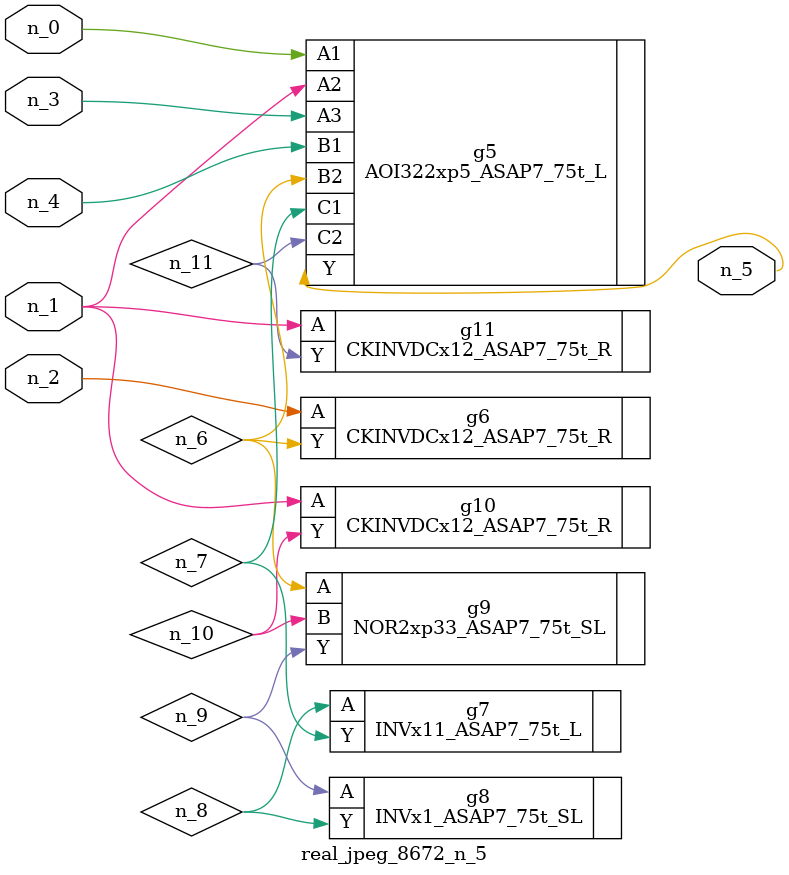
<source format=v>
module real_jpeg_8672_n_5 (n_4, n_0, n_1, n_2, n_3, n_5);

input n_4;
input n_0;
input n_1;
input n_2;
input n_3;

output n_5;

wire n_8;
wire n_11;
wire n_6;
wire n_7;
wire n_10;
wire n_9;

AOI322xp5_ASAP7_75t_L g5 ( 
.A1(n_0),
.A2(n_1),
.A3(n_3),
.B1(n_4),
.B2(n_6),
.C1(n_7),
.C2(n_11),
.Y(n_5)
);

CKINVDCx12_ASAP7_75t_R g10 ( 
.A(n_1),
.Y(n_10)
);

CKINVDCx12_ASAP7_75t_R g11 ( 
.A(n_1),
.Y(n_11)
);

CKINVDCx12_ASAP7_75t_R g6 ( 
.A(n_2),
.Y(n_6)
);

NOR2xp33_ASAP7_75t_SL g9 ( 
.A(n_6),
.B(n_10),
.Y(n_9)
);

INVx11_ASAP7_75t_L g7 ( 
.A(n_8),
.Y(n_7)
);

INVx1_ASAP7_75t_SL g8 ( 
.A(n_9),
.Y(n_8)
);


endmodule
</source>
